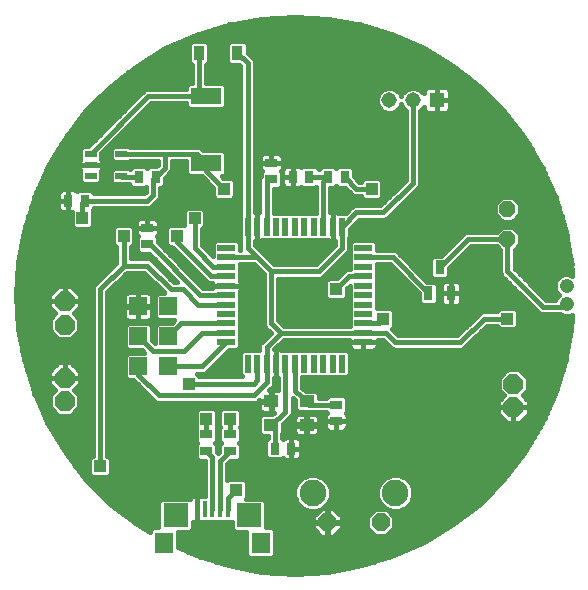
<source format=gtl>
G75*
%MOIN*%
%OFA0B0*%
%FSLAX25Y25*%
%IPPOS*%
%LPD*%
%AMOC8*
5,1,8,0,0,1.08239X$1,22.5*
%
%ADD10R,0.03150X0.04724*%
%ADD11OC8,0.06600*%
%ADD12C,0.04756*%
%ADD13R,0.08268X0.07874*%
%ADD14R,0.06299X0.07087*%
%ADD15R,0.01575X0.05315*%
%ADD16R,0.03937X0.02165*%
%ADD17R,0.03150X0.03937*%
%ADD18R,0.10236X0.05512*%
%ADD19R,0.03602X0.04803*%
%ADD20OC8,0.06000*%
%ADD21C,0.08850*%
%ADD22OC8,0.05200*%
%ADD23R,0.05906X0.01969*%
%ADD24R,0.01969X0.05906*%
%ADD25R,0.03937X0.03150*%
%ADD26R,0.04724X0.03937*%
%ADD27R,0.05906X0.05906*%
%ADD28R,0.05150X0.05150*%
%ADD29C,0.05150*%
%ADD30C,0.01600*%
%ADD31R,0.03962X0.03962*%
%ADD32C,0.01575*%
D10*
X0178490Y0100776D03*
X0185971Y0100776D03*
X0182230Y0109438D03*
D11*
X0206797Y0070698D03*
X0206797Y0062824D03*
X0057191Y0064792D03*
X0057191Y0072666D03*
X0057191Y0090383D03*
X0057191Y0098257D03*
D12*
X0224514Y0097272D03*
X0224514Y0103178D03*
D13*
X0118608Y0026800D03*
X0094199Y0026800D03*
D14*
X0090262Y0017745D03*
X0122545Y0017745D03*
D15*
X0111522Y0028867D03*
X0108963Y0028867D03*
X0106404Y0028867D03*
X0103845Y0028867D03*
X0101285Y0028867D03*
D16*
X0076089Y0139792D03*
X0076089Y0147272D03*
X0065852Y0147272D03*
X0065852Y0143532D03*
X0065852Y0139792D03*
D17*
X0063884Y0131721D03*
X0058372Y0131721D03*
X0081994Y0139595D03*
X0087506Y0139595D03*
X0133175Y0139595D03*
X0138687Y0139595D03*
X0144986Y0139595D03*
X0150498Y0139595D03*
X0132782Y0049044D03*
X0127270Y0049044D03*
D18*
X0104435Y0144123D03*
X0104435Y0166564D03*
D19*
X0101915Y0180934D03*
X0114829Y0180934D03*
D20*
X0144748Y0024459D03*
X0162548Y0024459D03*
D21*
X0167448Y0034259D03*
X0139848Y0034259D03*
D22*
X0204829Y0118847D03*
X0204829Y0128847D03*
D23*
X0156797Y0115973D03*
X0156797Y0112824D03*
X0156797Y0109674D03*
X0156797Y0106524D03*
X0156797Y0103375D03*
X0156797Y0100225D03*
X0156797Y0097076D03*
X0156797Y0093926D03*
X0156797Y0090776D03*
X0156797Y0087627D03*
X0156797Y0084477D03*
X0111128Y0084477D03*
X0111128Y0087627D03*
X0111128Y0090776D03*
X0111128Y0093926D03*
X0111128Y0097076D03*
X0111128Y0100225D03*
X0111128Y0103375D03*
X0111128Y0106524D03*
X0111128Y0109674D03*
X0111128Y0112824D03*
X0111128Y0115973D03*
D24*
X0118215Y0123060D03*
X0121364Y0123060D03*
X0124514Y0123060D03*
X0127663Y0123060D03*
X0130813Y0123060D03*
X0133963Y0123060D03*
X0137112Y0123060D03*
X0140262Y0123060D03*
X0143411Y0123060D03*
X0146561Y0123060D03*
X0149711Y0123060D03*
X0149711Y0077391D03*
X0146561Y0077391D03*
X0143411Y0077391D03*
X0140262Y0077391D03*
X0137112Y0077391D03*
X0133963Y0077391D03*
X0130813Y0077391D03*
X0127663Y0077391D03*
X0124514Y0077391D03*
X0121364Y0077391D03*
X0118215Y0077391D03*
D25*
X0112309Y0053769D03*
X0112309Y0048257D03*
X0104435Y0048257D03*
X0104435Y0053769D03*
X0147742Y0058099D03*
X0147742Y0063611D03*
X0084750Y0117154D03*
X0084750Y0122666D03*
X0126089Y0138808D03*
X0126089Y0144320D03*
D26*
X0126089Y0064792D03*
X0126089Y0056918D03*
X0137900Y0056918D03*
X0137900Y0064792D03*
D27*
X0091719Y0076446D03*
X0091719Y0086446D03*
X0091719Y0096446D03*
X0081719Y0096446D03*
X0081719Y0086446D03*
X0081719Y0076446D03*
D28*
X0181207Y0165186D03*
D29*
X0173333Y0165186D03*
X0165459Y0165186D03*
D30*
X0066197Y0046558D02*
X0058302Y0046558D01*
X0057569Y0047494D02*
X0051770Y0057087D01*
X0047170Y0067309D01*
X0043835Y0078011D01*
X0041814Y0089036D01*
X0041137Y0100225D01*
X0041814Y0111414D01*
X0043835Y0122440D01*
X0047170Y0133141D01*
X0051770Y0143363D01*
X0057569Y0152956D01*
X0064482Y0161780D01*
X0072408Y0169706D01*
X0081232Y0176619D01*
X0090825Y0182418D01*
X0101046Y0187018D01*
X0111748Y0190353D01*
X0122774Y0192374D01*
X0133963Y0193050D01*
X0145151Y0192374D01*
X0156177Y0190353D01*
X0166879Y0187018D01*
X0177101Y0182418D01*
X0186693Y0176619D01*
X0195517Y0169706D01*
X0203443Y0161780D01*
X0210356Y0152956D01*
X0216155Y0143363D01*
X0220756Y0133141D01*
X0224091Y0122440D01*
X0226111Y0111414D01*
X0226396Y0106704D01*
X0225305Y0107156D01*
X0223723Y0107156D01*
X0222261Y0106550D01*
X0221141Y0105431D01*
X0220536Y0103969D01*
X0220536Y0102387D01*
X0221141Y0100925D01*
X0221841Y0100225D01*
X0221141Y0099526D01*
X0220795Y0098688D01*
X0217634Y0098688D01*
X0207229Y0109093D01*
X0207229Y0115308D01*
X0209029Y0117108D01*
X0209029Y0120587D01*
X0206568Y0123047D01*
X0203089Y0123047D01*
X0201289Y0121247D01*
X0191162Y0121247D01*
X0190280Y0120882D01*
X0182798Y0113400D01*
X0179993Y0113400D01*
X0179056Y0112463D01*
X0179056Y0106413D01*
X0179993Y0105476D01*
X0184468Y0105476D01*
X0185405Y0106413D01*
X0185405Y0109218D01*
X0192634Y0116447D01*
X0201289Y0116447D01*
X0202429Y0115308D01*
X0202429Y0107622D01*
X0202794Y0106740D01*
X0214605Y0094929D01*
X0214605Y0094929D01*
X0215280Y0094254D01*
X0216162Y0093888D01*
X0222289Y0093888D01*
X0223723Y0093294D01*
X0225305Y0093294D01*
X0226396Y0093746D01*
X0226111Y0089036D01*
X0224091Y0078011D01*
X0220756Y0067309D01*
X0216155Y0057087D01*
X0210356Y0047494D01*
X0203443Y0038671D01*
X0195517Y0030745D01*
X0186693Y0023832D01*
X0177101Y0018033D01*
X0166879Y0013432D01*
X0156177Y0010097D01*
X0145152Y0008077D01*
X0133963Y0007400D01*
X0122774Y0008077D01*
X0111748Y0010097D01*
X0101046Y0013432D01*
X0095011Y0016148D01*
X0095011Y0021263D01*
X0098995Y0021263D01*
X0099933Y0022200D01*
X0099933Y0024497D01*
X0100261Y0024409D01*
X0101285Y0024409D01*
X0101285Y0028867D01*
X0101285Y0033324D01*
X0100261Y0033324D01*
X0099803Y0033202D01*
X0099393Y0032965D01*
X0099058Y0032630D01*
X0098889Y0032337D01*
X0089402Y0032337D01*
X0088465Y0031400D01*
X0088465Y0022888D01*
X0086450Y0022888D01*
X0085512Y0021951D01*
X0085512Y0021244D01*
X0081232Y0023832D01*
X0072408Y0030745D01*
X0064482Y0038671D01*
X0057569Y0047494D01*
X0057169Y0048157D02*
X0066615Y0048157D01*
X0066615Y0046720D02*
X0066358Y0046720D01*
X0065421Y0045782D01*
X0065421Y0040495D01*
X0066358Y0039557D01*
X0071646Y0039557D01*
X0072583Y0040495D01*
X0072583Y0045782D01*
X0071646Y0046720D01*
X0071389Y0046720D01*
X0071389Y0101205D01*
X0077865Y0107680D01*
X0083761Y0107680D01*
X0090237Y0101205D01*
X0090443Y0100998D01*
X0088103Y0100998D01*
X0087166Y0100061D01*
X0087166Y0092830D01*
X0088103Y0091893D01*
X0093772Y0091893D01*
X0092877Y0090998D01*
X0088103Y0090998D01*
X0087166Y0090061D01*
X0087166Y0084393D01*
X0086271Y0085287D01*
X0086271Y0090061D01*
X0085334Y0090998D01*
X0078103Y0090998D01*
X0077166Y0090061D01*
X0077166Y0082830D01*
X0078103Y0081893D01*
X0082877Y0081893D01*
X0083772Y0080998D01*
X0078103Y0080998D01*
X0077166Y0080061D01*
X0077166Y0072830D01*
X0078103Y0071893D01*
X0080161Y0071893D01*
X0086652Y0065401D01*
X0087328Y0064726D01*
X0088210Y0064361D01*
X0120661Y0064361D01*
X0121543Y0064726D01*
X0121926Y0065110D01*
X0121926Y0064976D01*
X0125904Y0064976D01*
X0125904Y0064608D01*
X0121926Y0064608D01*
X0121926Y0062587D01*
X0122049Y0062129D01*
X0122286Y0061718D01*
X0122621Y0061383D01*
X0123032Y0061146D01*
X0123489Y0061024D01*
X0125904Y0061024D01*
X0125904Y0064608D01*
X0126273Y0064608D01*
X0126273Y0061024D01*
X0127016Y0061024D01*
X0126430Y0060487D01*
X0123064Y0060487D01*
X0122126Y0059549D01*
X0122126Y0054287D01*
X0123064Y0053350D01*
X0124870Y0053350D01*
X0124870Y0052450D01*
X0124095Y0051675D01*
X0124095Y0046413D01*
X0125032Y0045476D01*
X0129507Y0045476D01*
X0129884Y0045853D01*
X0130102Y0045635D01*
X0130512Y0045398D01*
X0130970Y0045276D01*
X0132781Y0045276D01*
X0132781Y0049044D01*
X0132782Y0049044D01*
X0132782Y0049044D01*
X0136156Y0049044D01*
X0136156Y0046839D01*
X0136034Y0046381D01*
X0135797Y0045970D01*
X0135462Y0045635D01*
X0135051Y0045398D01*
X0134593Y0045276D01*
X0132782Y0045276D01*
X0132782Y0049044D01*
X0136156Y0049044D01*
X0136156Y0051250D01*
X0136034Y0051707D01*
X0135797Y0052118D01*
X0135462Y0052453D01*
X0135051Y0052690D01*
X0134593Y0052813D01*
X0132782Y0052813D01*
X0132782Y0049044D01*
X0132781Y0049044D01*
X0132781Y0052813D01*
X0130970Y0052813D01*
X0130512Y0052690D01*
X0130102Y0052453D01*
X0129884Y0052236D01*
X0129670Y0052450D01*
X0129670Y0053906D01*
X0130051Y0054287D01*
X0130051Y0057294D01*
X0132123Y0059194D01*
X0132173Y0059214D01*
X0132473Y0059515D01*
X0132787Y0059802D01*
X0132809Y0059851D01*
X0132848Y0059889D01*
X0133010Y0060282D01*
X0133190Y0060668D01*
X0133192Y0060722D01*
X0133213Y0060771D01*
X0133213Y0061197D01*
X0133232Y0061622D01*
X0133213Y0061672D01*
X0133213Y0065781D01*
X0133937Y0065129D01*
X0133937Y0062161D01*
X0134875Y0061224D01*
X0138179Y0061224D01*
X0138210Y0061211D01*
X0138449Y0061211D01*
X0138684Y0061164D01*
X0138922Y0061211D01*
X0144336Y0061211D01*
X0144551Y0060997D01*
X0144333Y0060779D01*
X0144096Y0060369D01*
X0143974Y0059911D01*
X0143974Y0058099D01*
X0143974Y0056287D01*
X0144096Y0055830D01*
X0144333Y0055419D01*
X0144668Y0055084D01*
X0145079Y0054847D01*
X0145537Y0054724D01*
X0147742Y0054724D01*
X0147742Y0058099D01*
X0147742Y0058099D01*
X0143974Y0058099D01*
X0147742Y0058099D01*
X0147742Y0058099D01*
X0147742Y0054724D01*
X0149948Y0054724D01*
X0150405Y0054847D01*
X0150816Y0055084D01*
X0151151Y0055419D01*
X0151388Y0055830D01*
X0151511Y0056287D01*
X0151511Y0058099D01*
X0147742Y0058099D01*
X0147742Y0058099D01*
X0151511Y0058099D01*
X0151511Y0059911D01*
X0151388Y0060369D01*
X0151151Y0060779D01*
X0150934Y0060997D01*
X0151311Y0061373D01*
X0151311Y0065849D01*
X0150373Y0066786D01*
X0145111Y0066786D01*
X0144336Y0066011D01*
X0141862Y0066011D01*
X0141862Y0067423D01*
X0140925Y0068361D01*
X0137522Y0068361D01*
X0136363Y0069404D01*
X0136363Y0072838D01*
X0151358Y0072838D01*
X0152295Y0073775D01*
X0152295Y0081006D01*
X0151358Y0081943D01*
X0129476Y0081943D01*
X0129342Y0082021D01*
X0128885Y0082143D01*
X0127663Y0082143D01*
X0127131Y0082143D01*
X0130227Y0085239D01*
X0152045Y0085239D01*
X0152045Y0084477D01*
X0152045Y0083256D01*
X0152167Y0082798D01*
X0152404Y0082388D01*
X0152739Y0082053D01*
X0153150Y0081816D01*
X0153608Y0081693D01*
X0156797Y0081693D01*
X0156797Y0084477D01*
X0152045Y0084477D01*
X0156797Y0084477D01*
X0156797Y0084477D01*
X0156797Y0084477D01*
X0156797Y0081693D01*
X0159987Y0081693D01*
X0160445Y0081816D01*
X0160855Y0082053D01*
X0161190Y0082388D01*
X0161427Y0082798D01*
X0161550Y0083256D01*
X0161550Y0084477D01*
X0156797Y0084477D01*
X0156797Y0084477D01*
X0161550Y0084477D01*
X0161550Y0085227D01*
X0163284Y0085227D01*
X0166068Y0082443D01*
X0166950Y0082077D01*
X0189558Y0082077D01*
X0190440Y0082443D01*
X0191115Y0083118D01*
X0197949Y0089951D01*
X0201248Y0089951D01*
X0201248Y0089707D01*
X0202185Y0088770D01*
X0207473Y0088770D01*
X0208410Y0089707D01*
X0208410Y0094995D01*
X0207473Y0095932D01*
X0202185Y0095932D01*
X0201248Y0094995D01*
X0201248Y0094751D01*
X0196477Y0094751D01*
X0195595Y0094386D01*
X0188087Y0086877D01*
X0168421Y0086877D01*
X0166331Y0088967D01*
X0167071Y0089707D01*
X0167071Y0094995D01*
X0166134Y0095932D01*
X0161350Y0095932D01*
X0161350Y0110424D01*
X0165646Y0110424D01*
X0175315Y0100754D01*
X0175315Y0097751D01*
X0176253Y0096814D01*
X0180728Y0096814D01*
X0181665Y0097751D01*
X0181665Y0103801D01*
X0180728Y0104739D01*
X0178119Y0104739D01*
X0167999Y0114858D01*
X0167117Y0115224D01*
X0161350Y0115224D01*
X0161350Y0117620D01*
X0160413Y0118557D01*
X0153182Y0118557D01*
X0152245Y0117620D01*
X0152245Y0108924D01*
X0151595Y0108924D01*
X0150713Y0108559D01*
X0150038Y0107884D01*
X0150038Y0107884D01*
X0147929Y0105775D01*
X0145098Y0105775D01*
X0144161Y0104838D01*
X0144161Y0099550D01*
X0145098Y0098613D01*
X0150386Y0098613D01*
X0151323Y0099550D01*
X0151323Y0102381D01*
X0152245Y0103302D01*
X0152245Y0090014D01*
X0130227Y0090014D01*
X0128476Y0091765D01*
X0128476Y0105712D01*
X0142826Y0105712D01*
X0150700Y0113586D01*
X0152098Y0114984D01*
X0152098Y0119247D01*
X0152295Y0119444D01*
X0152295Y0122250D01*
X0155429Y0125384D01*
X0163968Y0125384D01*
X0164850Y0125750D01*
X0174692Y0135592D01*
X0175367Y0136267D01*
X0175733Y0137149D01*
X0175733Y0161682D01*
X0176832Y0162781D01*
X0176832Y0162374D01*
X0176955Y0161916D01*
X0177192Y0161506D01*
X0177527Y0161171D01*
X0177937Y0160934D01*
X0178395Y0160811D01*
X0181207Y0160811D01*
X0184019Y0160811D01*
X0184476Y0160934D01*
X0184887Y0161171D01*
X0185222Y0161506D01*
X0185459Y0161916D01*
X0185582Y0162374D01*
X0185582Y0165186D01*
X0185582Y0167998D01*
X0185459Y0168455D01*
X0185222Y0168866D01*
X0184887Y0169201D01*
X0184476Y0169438D01*
X0184019Y0169561D01*
X0181207Y0169561D01*
X0181207Y0165186D01*
X0185582Y0165186D01*
X0181207Y0165186D01*
X0181207Y0165186D01*
X0181207Y0165186D01*
X0181207Y0169561D01*
X0178395Y0169561D01*
X0177937Y0169438D01*
X0177527Y0169201D01*
X0177192Y0168866D01*
X0176955Y0168455D01*
X0176832Y0167998D01*
X0176832Y0167591D01*
X0175698Y0168725D01*
X0174163Y0169361D01*
X0172502Y0169361D01*
X0170968Y0168725D01*
X0169794Y0167551D01*
X0169396Y0166590D01*
X0168998Y0167551D01*
X0167824Y0168725D01*
X0166289Y0169361D01*
X0164628Y0169361D01*
X0163094Y0168725D01*
X0161919Y0167551D01*
X0161284Y0166016D01*
X0161284Y0164355D01*
X0161919Y0162821D01*
X0163094Y0161647D01*
X0164628Y0161011D01*
X0166289Y0161011D01*
X0167824Y0161647D01*
X0168998Y0162821D01*
X0169396Y0163781D01*
X0169794Y0162821D01*
X0170933Y0161682D01*
X0170933Y0138621D01*
X0162496Y0130184D01*
X0153958Y0130184D01*
X0153076Y0129819D01*
X0152400Y0129144D01*
X0150869Y0127613D01*
X0148374Y0127613D01*
X0148240Y0127690D01*
X0147782Y0127813D01*
X0146561Y0127813D01*
X0145811Y0127813D01*
X0145811Y0136027D01*
X0147224Y0136027D01*
X0147742Y0136545D01*
X0148261Y0136027D01*
X0150690Y0136027D01*
X0153446Y0133271D01*
X0155972Y0133271D01*
X0155972Y0133014D01*
X0156909Y0132077D01*
X0162197Y0132077D01*
X0163134Y0133014D01*
X0163134Y0138302D01*
X0162197Y0139239D01*
X0156909Y0139239D01*
X0155972Y0138302D01*
X0155972Y0138046D01*
X0155424Y0138046D01*
X0153673Y0139797D01*
X0153673Y0142227D01*
X0152736Y0143164D01*
X0148261Y0143164D01*
X0147742Y0142645D01*
X0147224Y0143164D01*
X0142749Y0143164D01*
X0141837Y0142252D01*
X0140925Y0143164D01*
X0136450Y0143164D01*
X0136073Y0142787D01*
X0135855Y0143004D01*
X0135445Y0143241D01*
X0134987Y0143364D01*
X0133175Y0143364D01*
X0131363Y0143364D01*
X0130906Y0143241D01*
X0130495Y0143004D01*
X0130160Y0142669D01*
X0129923Y0142259D01*
X0129800Y0141801D01*
X0129800Y0139595D01*
X0129800Y0137390D01*
X0129923Y0136932D01*
X0130160Y0136522D01*
X0130495Y0136186D01*
X0130906Y0135949D01*
X0131363Y0135827D01*
X0133175Y0135827D01*
X0133175Y0139595D01*
X0133175Y0139595D01*
X0129800Y0139595D01*
X0133175Y0139595D01*
X0133175Y0139595D01*
X0133175Y0135827D01*
X0134987Y0135827D01*
X0135445Y0135949D01*
X0135855Y0136186D01*
X0136073Y0136404D01*
X0136450Y0136027D01*
X0140925Y0136027D01*
X0141011Y0136114D01*
X0141011Y0127613D01*
X0126901Y0127613D01*
X0126901Y0135633D01*
X0128720Y0135633D01*
X0129657Y0136570D01*
X0129657Y0141045D01*
X0129280Y0141422D01*
X0129498Y0141640D01*
X0129734Y0142050D01*
X0129857Y0142508D01*
X0129857Y0144320D01*
X0129857Y0146131D01*
X0129734Y0146589D01*
X0129498Y0147000D01*
X0129162Y0147335D01*
X0128752Y0147572D01*
X0128294Y0147694D01*
X0126089Y0147694D01*
X0126089Y0144320D01*
X0126089Y0144320D01*
X0129857Y0144320D01*
X0126089Y0144320D01*
X0126089Y0144320D01*
X0126089Y0147694D01*
X0123883Y0147694D01*
X0123425Y0147572D01*
X0123015Y0147335D01*
X0122680Y0147000D01*
X0122443Y0146589D01*
X0122320Y0146131D01*
X0122320Y0144320D01*
X0126089Y0144320D01*
X0126089Y0144320D01*
X0122320Y0144320D01*
X0122320Y0142508D01*
X0122443Y0142050D01*
X0122680Y0141640D01*
X0122897Y0141422D01*
X0122520Y0141045D01*
X0122520Y0139797D01*
X0122126Y0139403D01*
X0122126Y0139075D01*
X0121958Y0138795D01*
X0122126Y0138120D01*
X0122126Y0127813D01*
X0121364Y0127813D01*
X0120602Y0127813D01*
X0120602Y0178537D01*
X0119204Y0179935D01*
X0118230Y0180909D01*
X0118230Y0183998D01*
X0117293Y0184935D01*
X0112365Y0184935D01*
X0111428Y0183998D01*
X0111428Y0177870D01*
X0112365Y0176932D01*
X0115454Y0176932D01*
X0115827Y0176559D01*
X0115827Y0126872D01*
X0115630Y0126675D01*
X0115630Y0119444D01*
X0115827Y0119248D01*
X0115827Y0115211D01*
X0115681Y0115211D01*
X0115681Y0117620D01*
X0114744Y0118557D01*
X0107513Y0118557D01*
X0106575Y0117620D01*
X0106575Y0113290D01*
X0102898Y0116967D01*
X0102898Y0122235D01*
X0103142Y0122235D01*
X0104079Y0123172D01*
X0104079Y0128460D01*
X0103142Y0129397D01*
X0097854Y0129397D01*
X0096917Y0128460D01*
X0096917Y0123491D01*
X0091949Y0123491D01*
X0091011Y0122554D01*
X0091011Y0117266D01*
X0091949Y0116329D01*
X0092811Y0116329D01*
X0093233Y0115907D01*
X0104650Y0104490D01*
X0105533Y0104124D01*
X0106375Y0104124D01*
X0106375Y0103375D01*
X0111128Y0103375D01*
X0111128Y0103375D01*
X0115881Y0103375D01*
X0115881Y0104596D01*
X0115758Y0105054D01*
X0115681Y0105188D01*
X0115681Y0110436D01*
X0120375Y0110436D01*
X0123701Y0107110D01*
X0123701Y0089787D01*
X0125100Y0088389D01*
X0125862Y0087627D01*
X0123525Y0085290D01*
X0122126Y0083891D01*
X0122126Y0081943D01*
X0116568Y0081943D01*
X0115630Y0081006D01*
X0115630Y0073775D01*
X0116308Y0073098D01*
X0102111Y0073098D01*
X0102111Y0073341D01*
X0101406Y0074046D01*
X0103574Y0074046D01*
X0104456Y0074411D01*
X0111938Y0081893D01*
X0114744Y0081893D01*
X0115681Y0082830D01*
X0115681Y0101562D01*
X0115758Y0101696D01*
X0115881Y0102154D01*
X0115881Y0103375D01*
X0111128Y0103375D01*
X0111128Y0103375D01*
X0106375Y0103375D01*
X0106375Y0102613D01*
X0103455Y0102613D01*
X0088319Y0117750D01*
X0088319Y0119392D01*
X0087942Y0119769D01*
X0088159Y0119986D01*
X0088396Y0120397D01*
X0088519Y0120854D01*
X0088519Y0122666D01*
X0084750Y0122666D01*
X0080982Y0122666D01*
X0080982Y0120854D01*
X0081104Y0120397D01*
X0081341Y0119986D01*
X0081559Y0119769D01*
X0081182Y0119392D01*
X0081182Y0114917D01*
X0082119Y0113980D01*
X0085336Y0113980D01*
X0094734Y0104581D01*
X0093613Y0104581D01*
X0085739Y0112455D01*
X0079263Y0112455D01*
X0079263Y0116329D01*
X0079520Y0116329D01*
X0080457Y0117266D01*
X0080457Y0122554D01*
X0079520Y0123491D01*
X0074232Y0123491D01*
X0073295Y0122554D01*
X0073295Y0117266D01*
X0074232Y0116329D01*
X0074489Y0116329D01*
X0074489Y0111057D01*
X0066615Y0103183D01*
X0066615Y0046720D01*
X0065421Y0044960D02*
X0059555Y0044960D01*
X0060807Y0043361D02*
X0065421Y0043361D01*
X0065421Y0041763D02*
X0062059Y0041763D01*
X0063312Y0040164D02*
X0065751Y0040164D01*
X0064587Y0038566D02*
X0104004Y0038566D01*
X0104004Y0040164D02*
X0072253Y0040164D01*
X0072583Y0041763D02*
X0104004Y0041763D01*
X0104004Y0043361D02*
X0072583Y0043361D01*
X0072583Y0044960D02*
X0104004Y0044960D01*
X0104004Y0045082D02*
X0104004Y0033124D01*
X0102902Y0033124D01*
X0102768Y0033202D01*
X0102310Y0033324D01*
X0101286Y0033324D01*
X0101286Y0028867D01*
X0101285Y0028867D01*
X0101286Y0028867D01*
X0101286Y0024409D01*
X0102310Y0024409D01*
X0102768Y0024532D01*
X0102902Y0024609D01*
X0112874Y0024609D01*
X0112874Y0022200D01*
X0113812Y0021263D01*
X0117796Y0021263D01*
X0117796Y0013539D01*
X0118733Y0012602D01*
X0126358Y0012602D01*
X0127295Y0013539D01*
X0127295Y0021951D01*
X0126358Y0022888D01*
X0124342Y0022888D01*
X0124342Y0031400D01*
X0123405Y0032337D01*
X0117575Y0032337D01*
X0117859Y0032621D01*
X0117859Y0037908D01*
X0116921Y0038846D01*
X0111634Y0038846D01*
X0111363Y0038575D01*
X0111363Y0043916D01*
X0112528Y0045082D01*
X0114940Y0045082D01*
X0115878Y0046019D01*
X0115878Y0050494D01*
X0115359Y0051013D01*
X0115878Y0051531D01*
X0115878Y0056006D01*
X0115766Y0056118D01*
X0115890Y0056243D01*
X0115890Y0061530D01*
X0114953Y0062468D01*
X0109665Y0062468D01*
X0108728Y0061530D01*
X0108728Y0056243D01*
X0108853Y0056118D01*
X0108741Y0056006D01*
X0108741Y0051531D01*
X0109259Y0051013D01*
X0108741Y0050494D01*
X0108741Y0048082D01*
X0108372Y0047714D01*
X0108004Y0048082D01*
X0108004Y0050494D01*
X0107485Y0051013D01*
X0108004Y0051531D01*
X0108004Y0056006D01*
X0107892Y0056118D01*
X0108016Y0056243D01*
X0108016Y0061530D01*
X0107079Y0062468D01*
X0101791Y0062468D01*
X0100854Y0061530D01*
X0100854Y0056243D01*
X0100979Y0056118D01*
X0100867Y0056006D01*
X0100867Y0051531D01*
X0101385Y0051013D01*
X0100867Y0050494D01*
X0100867Y0046019D01*
X0101804Y0045082D01*
X0104004Y0045082D01*
X0106404Y0046288D02*
X0104435Y0048257D01*
X0106404Y0046288D02*
X0106404Y0028867D01*
X0108963Y0028867D02*
X0108963Y0044910D01*
X0112309Y0048257D01*
X0108741Y0048157D02*
X0108004Y0048157D01*
X0108004Y0049755D02*
X0108741Y0049755D01*
X0108918Y0051354D02*
X0107826Y0051354D01*
X0108004Y0052952D02*
X0108741Y0052952D01*
X0108741Y0054551D02*
X0108004Y0054551D01*
X0107923Y0056149D02*
X0108821Y0056149D01*
X0108728Y0057748D02*
X0108016Y0057748D01*
X0108016Y0059346D02*
X0108728Y0059346D01*
X0108728Y0060945D02*
X0108016Y0060945D01*
X0112309Y0058887D02*
X0112309Y0053769D01*
X0115878Y0054551D02*
X0122126Y0054551D01*
X0122126Y0056149D02*
X0115797Y0056149D01*
X0115890Y0057748D02*
X0122126Y0057748D01*
X0122126Y0059346D02*
X0115890Y0059346D01*
X0115890Y0060945D02*
X0126930Y0060945D01*
X0126273Y0062543D02*
X0125904Y0062543D01*
X0125904Y0064142D02*
X0126273Y0064142D01*
X0126273Y0064976D02*
X0125904Y0064976D01*
X0125904Y0068561D01*
X0125377Y0068561D01*
X0125873Y0069057D01*
X0126548Y0069732D01*
X0126914Y0070614D01*
X0126914Y0072638D01*
X0127663Y0072638D01*
X0127663Y0077390D01*
X0127663Y0077390D01*
X0127663Y0072638D01*
X0128413Y0072638D01*
X0128413Y0068561D01*
X0126273Y0068561D01*
X0126273Y0064976D01*
X0126273Y0065740D02*
X0125904Y0065740D01*
X0125904Y0067339D02*
X0126273Y0067339D01*
X0125754Y0068937D02*
X0128413Y0068937D01*
X0128413Y0070536D02*
X0126882Y0070536D01*
X0126914Y0072134D02*
X0128413Y0072134D01*
X0127663Y0073733D02*
X0127663Y0073733D01*
X0127663Y0075332D02*
X0127663Y0075332D01*
X0127663Y0076930D02*
X0127663Y0076930D01*
X0127663Y0077391D02*
X0127663Y0082143D01*
X0127663Y0077391D01*
X0127663Y0077391D01*
X0127663Y0078529D02*
X0127663Y0078529D01*
X0127663Y0080127D02*
X0127663Y0080127D01*
X0127663Y0081726D02*
X0127663Y0081726D01*
X0128312Y0083324D02*
X0152045Y0083324D01*
X0152045Y0084923D02*
X0129910Y0084923D01*
X0124756Y0086521D02*
X0115681Y0086521D01*
X0115681Y0084923D02*
X0123158Y0084923D01*
X0122126Y0083324D02*
X0115681Y0083324D01*
X0116350Y0081726D02*
X0111771Y0081726D01*
X0110172Y0080127D02*
X0115630Y0080127D01*
X0115630Y0078529D02*
X0108573Y0078529D01*
X0106975Y0076930D02*
X0115630Y0076930D01*
X0115630Y0075332D02*
X0105376Y0075332D01*
X0103097Y0076446D02*
X0111128Y0084477D01*
X0111128Y0087627D02*
X0103057Y0087627D01*
X0096955Y0081524D01*
X0086640Y0081524D01*
X0081719Y0086446D01*
X0086271Y0086521D02*
X0087166Y0086521D01*
X0087166Y0084923D02*
X0086636Y0084923D01*
X0086271Y0088120D02*
X0087166Y0088120D01*
X0087166Y0089718D02*
X0086271Y0089718D01*
X0085366Y0091816D02*
X0085777Y0092053D01*
X0086112Y0092388D01*
X0086349Y0092798D01*
X0086471Y0093256D01*
X0086471Y0096360D01*
X0081804Y0096360D01*
X0081804Y0091693D01*
X0084908Y0091693D01*
X0085366Y0091816D01*
X0086380Y0092915D02*
X0087166Y0092915D01*
X0087166Y0094514D02*
X0086471Y0094514D01*
X0086471Y0096112D02*
X0087166Y0096112D01*
X0086471Y0096531D02*
X0086471Y0099635D01*
X0086349Y0100093D01*
X0086112Y0100504D01*
X0085777Y0100839D01*
X0085366Y0101076D01*
X0084908Y0101198D01*
X0081804Y0101198D01*
X0081804Y0096532D01*
X0081633Y0096532D01*
X0081633Y0101198D01*
X0078529Y0101198D01*
X0078071Y0101076D01*
X0077661Y0100839D01*
X0077325Y0100504D01*
X0077088Y0100093D01*
X0076966Y0099635D01*
X0076966Y0096531D01*
X0081633Y0096531D01*
X0081633Y0096360D01*
X0081804Y0096360D01*
X0081804Y0096531D01*
X0086471Y0096531D01*
X0086471Y0097711D02*
X0087166Y0097711D01*
X0087166Y0099309D02*
X0086471Y0099309D01*
X0085657Y0100908D02*
X0088012Y0100908D01*
X0088935Y0102506D02*
X0072691Y0102506D01*
X0071389Y0100908D02*
X0077780Y0100908D01*
X0076966Y0099309D02*
X0071389Y0099309D01*
X0071389Y0097711D02*
X0076966Y0097711D01*
X0076966Y0096360D02*
X0076966Y0093256D01*
X0077088Y0092798D01*
X0077325Y0092388D01*
X0077661Y0092053D01*
X0078071Y0091816D01*
X0078529Y0091693D01*
X0081633Y0091693D01*
X0081633Y0096360D01*
X0076966Y0096360D01*
X0076966Y0096112D02*
X0071389Y0096112D01*
X0071389Y0094514D02*
X0076966Y0094514D01*
X0077057Y0092915D02*
X0071389Y0092915D01*
X0071389Y0091317D02*
X0093195Y0091317D01*
X0096049Y0090776D02*
X0091719Y0086446D01*
X0096049Y0090776D02*
X0111128Y0090776D01*
X0115681Y0091317D02*
X0123701Y0091317D01*
X0123701Y0092915D02*
X0115681Y0092915D01*
X0115681Y0094514D02*
X0123701Y0094514D01*
X0123701Y0096112D02*
X0115681Y0096112D01*
X0115681Y0097711D02*
X0123701Y0097711D01*
X0123701Y0099309D02*
X0115681Y0099309D01*
X0115681Y0100908D02*
X0123701Y0100908D01*
X0123701Y0102506D02*
X0115881Y0102506D01*
X0115881Y0104105D02*
X0123701Y0104105D01*
X0123701Y0105703D02*
X0115681Y0105703D01*
X0115681Y0107302D02*
X0123510Y0107302D01*
X0121911Y0108900D02*
X0115681Y0108900D01*
X0111128Y0109674D02*
X0106797Y0109674D01*
X0100498Y0115973D01*
X0100498Y0125816D01*
X0096917Y0126484D02*
X0066678Y0126484D01*
X0066678Y0128082D02*
X0096917Y0128082D01*
X0096917Y0124885D02*
X0088409Y0124885D01*
X0088396Y0124936D02*
X0088159Y0125346D01*
X0087824Y0125681D01*
X0087413Y0125918D01*
X0086956Y0126041D01*
X0084750Y0126041D01*
X0082545Y0126041D01*
X0082087Y0125918D01*
X0081676Y0125681D01*
X0081341Y0125346D01*
X0081104Y0124936D01*
X0080982Y0124478D01*
X0080982Y0122666D01*
X0084750Y0122666D01*
X0084750Y0122666D01*
X0084750Y0122666D01*
X0088519Y0122666D01*
X0088519Y0124478D01*
X0088396Y0124936D01*
X0088519Y0123287D02*
X0091744Y0123287D01*
X0091011Y0121688D02*
X0088519Y0121688D01*
X0088219Y0120090D02*
X0091011Y0120090D01*
X0091011Y0118491D02*
X0088319Y0118491D01*
X0089175Y0116893D02*
X0091385Y0116893D01*
X0090774Y0115294D02*
X0093846Y0115294D01*
X0092372Y0113696D02*
X0095444Y0113696D01*
X0093971Y0112097D02*
X0097043Y0112097D01*
X0095569Y0110499D02*
X0098641Y0110499D01*
X0097168Y0108900D02*
X0100240Y0108900D01*
X0098766Y0107302D02*
X0101838Y0107302D01*
X0100365Y0105703D02*
X0103437Y0105703D01*
X0101963Y0104105D02*
X0106375Y0104105D01*
X0106010Y0106524D02*
X0094593Y0117942D01*
X0094593Y0119910D01*
X0102898Y0120090D02*
X0115630Y0120090D01*
X0115630Y0121688D02*
X0102898Y0121688D01*
X0104079Y0123287D02*
X0115630Y0123287D01*
X0115630Y0124885D02*
X0104079Y0124885D01*
X0104079Y0126484D02*
X0115630Y0126484D01*
X0115827Y0128082D02*
X0104079Y0128082D01*
X0107697Y0132077D02*
X0112984Y0132077D01*
X0113922Y0133014D01*
X0113922Y0138302D01*
X0112984Y0139239D01*
X0110136Y0139239D01*
X0109608Y0139767D01*
X0110216Y0139767D01*
X0111153Y0140704D01*
X0111153Y0147541D01*
X0110216Y0148479D01*
X0103455Y0148479D01*
X0102274Y0149660D01*
X0079015Y0149660D01*
X0078720Y0149955D01*
X0073457Y0149955D01*
X0072520Y0149018D01*
X0072520Y0145527D01*
X0073457Y0144590D01*
X0078720Y0144590D01*
X0079015Y0144885D01*
X0088268Y0144885D01*
X0088268Y0143734D01*
X0087698Y0143164D01*
X0085268Y0143164D01*
X0084750Y0142645D01*
X0084232Y0143164D01*
X0079757Y0143164D01*
X0078894Y0142301D01*
X0078720Y0142475D01*
X0073457Y0142475D01*
X0072520Y0141538D01*
X0072520Y0138047D01*
X0073457Y0137109D01*
X0078720Y0137109D01*
X0078818Y0137208D01*
X0078819Y0137208D01*
X0078819Y0136964D01*
X0079757Y0136027D01*
X0084232Y0136027D01*
X0084331Y0136126D01*
X0084331Y0134679D01*
X0083761Y0134109D01*
X0067059Y0134109D01*
X0067059Y0134352D01*
X0066121Y0135290D01*
X0061646Y0135290D01*
X0061269Y0134913D01*
X0061052Y0135130D01*
X0060642Y0135367D01*
X0060184Y0135490D01*
X0058372Y0135490D01*
X0056560Y0135490D01*
X0056103Y0135367D01*
X0055692Y0135130D01*
X0055357Y0134795D01*
X0055120Y0134385D01*
X0054997Y0133927D01*
X0054997Y0131721D01*
X0054997Y0129516D01*
X0055120Y0129058D01*
X0055357Y0128648D01*
X0055692Y0128312D01*
X0056103Y0128075D01*
X0056560Y0127953D01*
X0058372Y0127953D01*
X0058372Y0131721D01*
X0058372Y0131721D01*
X0054997Y0131721D01*
X0058372Y0131721D01*
X0058372Y0131721D01*
X0058372Y0127953D01*
X0059515Y0127953D01*
X0059515Y0123172D01*
X0060453Y0122235D01*
X0065740Y0122235D01*
X0066678Y0123172D01*
X0066678Y0128460D01*
X0066553Y0128584D01*
X0067059Y0129090D01*
X0067059Y0129334D01*
X0085739Y0129334D01*
X0087707Y0131302D01*
X0089106Y0132701D01*
X0089106Y0136027D01*
X0089744Y0136027D01*
X0090681Y0136964D01*
X0090681Y0139394D01*
X0091644Y0140357D01*
X0091644Y0140357D01*
X0093043Y0141756D01*
X0093043Y0144885D01*
X0097717Y0144885D01*
X0097717Y0140704D01*
X0098654Y0139767D01*
X0102856Y0139767D01*
X0106760Y0135863D01*
X0106760Y0133014D01*
X0107697Y0132077D01*
X0106896Y0132878D02*
X0089106Y0132878D01*
X0089106Y0134476D02*
X0106760Y0134476D01*
X0106548Y0136075D02*
X0089792Y0136075D01*
X0090681Y0137673D02*
X0104949Y0137673D01*
X0103351Y0139272D02*
X0090681Y0139272D01*
X0092157Y0140870D02*
X0097717Y0140870D01*
X0097717Y0142469D02*
X0093043Y0142469D01*
X0093043Y0144068D02*
X0097717Y0144068D01*
X0103071Y0148863D02*
X0115827Y0148863D01*
X0115827Y0147265D02*
X0111153Y0147265D01*
X0111153Y0145666D02*
X0115827Y0145666D01*
X0115827Y0144068D02*
X0111153Y0144068D01*
X0111153Y0142469D02*
X0115827Y0142469D01*
X0115827Y0140870D02*
X0111153Y0140870D01*
X0110103Y0139272D02*
X0115827Y0139272D01*
X0115827Y0137673D02*
X0113922Y0137673D01*
X0113922Y0136075D02*
X0115827Y0136075D01*
X0115827Y0134476D02*
X0113922Y0134476D01*
X0113785Y0132878D02*
X0115827Y0132878D01*
X0115827Y0131279D02*
X0087685Y0131279D01*
X0086086Y0129681D02*
X0115827Y0129681D01*
X0120602Y0129681D02*
X0122126Y0129681D01*
X0122126Y0131279D02*
X0120602Y0131279D01*
X0120602Y0132878D02*
X0122126Y0132878D01*
X0122126Y0134476D02*
X0120602Y0134476D01*
X0120602Y0136075D02*
X0122126Y0136075D01*
X0122126Y0137673D02*
X0120602Y0137673D01*
X0120602Y0139272D02*
X0122126Y0139272D01*
X0122520Y0140870D02*
X0120602Y0140870D01*
X0120602Y0142469D02*
X0122331Y0142469D01*
X0122320Y0144068D02*
X0120602Y0144068D01*
X0120602Y0145666D02*
X0122320Y0145666D01*
X0122945Y0147265D02*
X0120602Y0147265D01*
X0120602Y0148863D02*
X0170933Y0148863D01*
X0170933Y0147265D02*
X0129233Y0147265D01*
X0129857Y0145666D02*
X0170933Y0145666D01*
X0170933Y0144068D02*
X0129857Y0144068D01*
X0129847Y0142469D02*
X0130045Y0142469D01*
X0129800Y0140870D02*
X0129657Y0140870D01*
X0129657Y0139272D02*
X0129800Y0139272D01*
X0129800Y0137673D02*
X0129657Y0137673D01*
X0129162Y0136075D02*
X0130688Y0136075D01*
X0133175Y0136075D02*
X0133175Y0136075D01*
X0133175Y0137673D02*
X0133175Y0137673D01*
X0133175Y0139272D02*
X0133175Y0139272D01*
X0133175Y0139595D02*
X0133175Y0143364D01*
X0133175Y0139595D01*
X0133175Y0139595D01*
X0133175Y0140870D02*
X0133175Y0140870D01*
X0133175Y0142469D02*
X0133175Y0142469D01*
X0138687Y0139595D02*
X0144986Y0139595D01*
X0143411Y0138020D01*
X0143411Y0123060D01*
X0146561Y0123060D02*
X0146561Y0127813D01*
X0146561Y0123060D01*
X0146561Y0123060D01*
X0146561Y0123060D01*
X0146561Y0118307D01*
X0145340Y0118307D01*
X0144882Y0118430D01*
X0144748Y0118507D01*
X0123177Y0118507D01*
X0123043Y0118430D01*
X0122585Y0118307D01*
X0121364Y0118307D01*
X0120602Y0118307D01*
X0120602Y0116962D01*
X0123752Y0113813D01*
X0127078Y0110487D01*
X0140848Y0110487D01*
X0147323Y0116962D01*
X0147323Y0118307D01*
X0146561Y0118307D01*
X0146561Y0123060D01*
X0146561Y0123287D02*
X0146561Y0123287D01*
X0146561Y0124885D02*
X0146561Y0124885D01*
X0146561Y0126484D02*
X0146561Y0126484D01*
X0145811Y0128082D02*
X0151339Y0128082D01*
X0152938Y0129681D02*
X0145811Y0129681D01*
X0145811Y0131279D02*
X0163591Y0131279D01*
X0162998Y0132878D02*
X0165190Y0132878D01*
X0166788Y0134476D02*
X0163134Y0134476D01*
X0163134Y0136075D02*
X0168387Y0136075D01*
X0169985Y0137673D02*
X0163134Y0137673D01*
X0170933Y0139272D02*
X0154198Y0139272D01*
X0153673Y0140870D02*
X0170933Y0140870D01*
X0170933Y0142469D02*
X0153430Y0142469D01*
X0152241Y0134476D02*
X0145811Y0134476D01*
X0145811Y0132878D02*
X0156109Y0132878D01*
X0154435Y0127784D02*
X0163490Y0127784D01*
X0173333Y0137627D01*
X0173333Y0165186D01*
X0176377Y0168045D02*
X0176845Y0168045D01*
X0181207Y0168045D02*
X0181207Y0168045D01*
X0181207Y0166447D02*
X0181207Y0166447D01*
X0181207Y0165186D02*
X0181207Y0160811D01*
X0181207Y0165186D01*
X0181207Y0165186D01*
X0181207Y0164848D02*
X0181207Y0164848D01*
X0181207Y0163250D02*
X0181207Y0163250D01*
X0181207Y0161651D02*
X0181207Y0161651D01*
X0185306Y0161651D02*
X0203544Y0161651D01*
X0204796Y0160053D02*
X0175733Y0160053D01*
X0175733Y0161651D02*
X0177108Y0161651D01*
X0175733Y0158454D02*
X0206049Y0158454D01*
X0207301Y0156856D02*
X0175733Y0156856D01*
X0175733Y0155257D02*
X0208553Y0155257D01*
X0209806Y0153659D02*
X0175733Y0153659D01*
X0175733Y0152060D02*
X0210898Y0152060D01*
X0211864Y0150462D02*
X0175733Y0150462D01*
X0175733Y0148863D02*
X0212831Y0148863D01*
X0213797Y0147265D02*
X0175733Y0147265D01*
X0175733Y0145666D02*
X0214763Y0145666D01*
X0215730Y0144068D02*
X0175733Y0144068D01*
X0175733Y0142469D02*
X0216558Y0142469D01*
X0217277Y0140870D02*
X0175733Y0140870D01*
X0175733Y0139272D02*
X0217997Y0139272D01*
X0218716Y0137673D02*
X0175733Y0137673D01*
X0175175Y0136075D02*
X0219435Y0136075D01*
X0220155Y0134476D02*
X0173577Y0134476D01*
X0171978Y0132878D02*
X0202920Y0132878D01*
X0203089Y0133047D02*
X0200629Y0130587D01*
X0200629Y0127108D01*
X0203089Y0124647D01*
X0206568Y0124647D01*
X0209029Y0127108D01*
X0209029Y0130587D01*
X0206568Y0133047D01*
X0203089Y0133047D01*
X0201321Y0131279D02*
X0170379Y0131279D01*
X0168781Y0129681D02*
X0200629Y0129681D01*
X0200629Y0128082D02*
X0167182Y0128082D01*
X0165584Y0126484D02*
X0201252Y0126484D01*
X0202851Y0124885D02*
X0154930Y0124885D01*
X0153332Y0123287D02*
X0223827Y0123287D01*
X0224228Y0121688D02*
X0207927Y0121688D01*
X0209029Y0120090D02*
X0224521Y0120090D01*
X0224814Y0118491D02*
X0209029Y0118491D01*
X0208814Y0116893D02*
X0225107Y0116893D01*
X0225400Y0115294D02*
X0207229Y0115294D01*
X0207229Y0113696D02*
X0225693Y0113696D01*
X0225986Y0112097D02*
X0207229Y0112097D01*
X0207229Y0110499D02*
X0226166Y0110499D01*
X0226263Y0108900D02*
X0207422Y0108900D01*
X0209020Y0107302D02*
X0226360Y0107302D01*
X0221413Y0105703D02*
X0210619Y0105703D01*
X0212217Y0104105D02*
X0220592Y0104105D01*
X0220536Y0102506D02*
X0213816Y0102506D01*
X0215414Y0100908D02*
X0221158Y0100908D01*
X0221052Y0099309D02*
X0217013Y0099309D01*
X0216640Y0096288D02*
X0223530Y0096288D01*
X0224514Y0097272D01*
X0226346Y0092915D02*
X0208410Y0092915D01*
X0208410Y0091317D02*
X0226249Y0091317D01*
X0226152Y0089718D02*
X0208410Y0089718D01*
X0204829Y0092351D02*
X0196955Y0092351D01*
X0189081Y0084477D01*
X0167427Y0084477D01*
X0164278Y0087627D01*
X0156797Y0087627D01*
X0156797Y0090776D02*
X0161915Y0090776D01*
X0163490Y0092351D01*
X0161350Y0096112D02*
X0213422Y0096112D01*
X0215020Y0094514D02*
X0208410Y0094514D01*
X0211823Y0097711D02*
X0189218Y0097711D01*
X0189223Y0097719D02*
X0189345Y0098177D01*
X0189345Y0100776D01*
X0185971Y0100776D01*
X0185971Y0100776D01*
X0185971Y0096614D01*
X0187782Y0096614D01*
X0188240Y0096737D01*
X0188651Y0096974D01*
X0188986Y0097309D01*
X0189223Y0097719D01*
X0189345Y0099309D02*
X0210225Y0099309D01*
X0208626Y0100908D02*
X0189345Y0100908D01*
X0189345Y0100776D02*
X0189345Y0103376D01*
X0189223Y0103833D01*
X0188986Y0104244D01*
X0188651Y0104579D01*
X0188240Y0104816D01*
X0187782Y0104939D01*
X0185971Y0104939D01*
X0185971Y0100777D01*
X0185970Y0100777D01*
X0185970Y0104939D01*
X0184159Y0104939D01*
X0183701Y0104816D01*
X0183291Y0104579D01*
X0182955Y0104244D01*
X0182718Y0103833D01*
X0182596Y0103376D01*
X0182596Y0100776D01*
X0182596Y0098177D01*
X0182718Y0097719D01*
X0182955Y0097309D01*
X0183291Y0096974D01*
X0183701Y0096737D01*
X0184159Y0096614D01*
X0185970Y0096614D01*
X0185970Y0100776D01*
X0182596Y0100776D01*
X0185970Y0100776D01*
X0185970Y0100776D01*
X0185971Y0100776D01*
X0189345Y0100776D01*
X0189345Y0102506D02*
X0207028Y0102506D01*
X0205429Y0104105D02*
X0189066Y0104105D01*
X0185971Y0104105D02*
X0185970Y0104105D01*
X0185970Y0102506D02*
X0185971Y0102506D01*
X0185970Y0100908D02*
X0185971Y0100908D01*
X0185970Y0099309D02*
X0185971Y0099309D01*
X0185970Y0097711D02*
X0185971Y0097711D01*
X0182723Y0097711D02*
X0181624Y0097711D01*
X0181665Y0099309D02*
X0182596Y0099309D01*
X0182596Y0100908D02*
X0181665Y0100908D01*
X0181665Y0102506D02*
X0182596Y0102506D01*
X0182875Y0104105D02*
X0181362Y0104105D01*
X0179765Y0105703D02*
X0177154Y0105703D01*
X0175556Y0107302D02*
X0179056Y0107302D01*
X0179056Y0108900D02*
X0173957Y0108900D01*
X0172359Y0110499D02*
X0179056Y0110499D01*
X0179056Y0112097D02*
X0170760Y0112097D01*
X0169162Y0113696D02*
X0183094Y0113696D01*
X0184693Y0115294D02*
X0161350Y0115294D01*
X0161350Y0116893D02*
X0186291Y0116893D01*
X0187890Y0118491D02*
X0160479Y0118491D01*
X0156797Y0112824D02*
X0166640Y0112824D01*
X0178490Y0100973D01*
X0178490Y0100776D01*
X0175162Y0100908D02*
X0161350Y0100908D01*
X0161350Y0102506D02*
X0173563Y0102506D01*
X0171965Y0104105D02*
X0161350Y0104105D01*
X0161350Y0105703D02*
X0170366Y0105703D01*
X0168768Y0107302D02*
X0161350Y0107302D01*
X0161350Y0108900D02*
X0167169Y0108900D01*
X0156797Y0106524D02*
X0152073Y0106524D01*
X0147742Y0102194D01*
X0151449Y0102506D02*
X0152245Y0102506D01*
X0152245Y0100908D02*
X0151323Y0100908D01*
X0151083Y0099309D02*
X0152245Y0099309D01*
X0152245Y0097711D02*
X0128476Y0097711D01*
X0128476Y0099309D02*
X0144402Y0099309D01*
X0144161Y0100908D02*
X0128476Y0100908D01*
X0128476Y0102506D02*
X0144161Y0102506D01*
X0144161Y0104105D02*
X0128476Y0104105D01*
X0128476Y0105703D02*
X0145027Y0105703D01*
X0144416Y0107302D02*
X0149456Y0107302D01*
X0151537Y0108900D02*
X0146014Y0108900D01*
X0147613Y0110499D02*
X0152245Y0110499D01*
X0152245Y0112097D02*
X0149211Y0112097D01*
X0150810Y0113696D02*
X0152245Y0113696D01*
X0152245Y0115294D02*
X0152098Y0115294D01*
X0152098Y0116893D02*
X0152245Y0116893D01*
X0152098Y0118491D02*
X0153116Y0118491D01*
X0152295Y0120090D02*
X0189488Y0120090D01*
X0191640Y0118847D02*
X0204829Y0118847D01*
X0204829Y0108099D01*
X0216640Y0096288D01*
X0226111Y0089036D02*
X0226111Y0089036D01*
X0225943Y0088120D02*
X0196117Y0088120D01*
X0197716Y0089718D02*
X0201248Y0089718D01*
X0194519Y0086521D02*
X0225650Y0086521D01*
X0225357Y0084923D02*
X0192920Y0084923D01*
X0191322Y0083324D02*
X0225064Y0083324D01*
X0224771Y0081726D02*
X0160109Y0081726D01*
X0161550Y0083324D02*
X0165186Y0083324D01*
X0163588Y0084923D02*
X0161550Y0084923D01*
X0156797Y0083324D02*
X0156797Y0083324D01*
X0156797Y0081726D02*
X0156797Y0081726D01*
X0153486Y0081726D02*
X0151575Y0081726D01*
X0152295Y0080127D02*
X0224478Y0080127D01*
X0224185Y0078529D02*
X0152295Y0078529D01*
X0152295Y0076930D02*
X0223754Y0076930D01*
X0223256Y0075332D02*
X0209093Y0075332D01*
X0208827Y0075598D02*
X0204768Y0075598D01*
X0201897Y0072727D01*
X0201897Y0068668D01*
X0203663Y0066902D01*
X0201697Y0064936D01*
X0201697Y0062824D01*
X0206797Y0062824D01*
X0206797Y0062824D01*
X0201697Y0062824D01*
X0201697Y0060711D01*
X0204685Y0057724D01*
X0206797Y0057724D01*
X0206797Y0062823D01*
X0206797Y0062823D01*
X0206797Y0057724D01*
X0208910Y0057724D01*
X0211897Y0060711D01*
X0211897Y0062824D01*
X0211897Y0064936D01*
X0209931Y0066902D01*
X0211697Y0068668D01*
X0211697Y0072727D01*
X0208827Y0075598D01*
X0210692Y0073733D02*
X0222758Y0073733D01*
X0222259Y0072134D02*
X0211697Y0072134D01*
X0211697Y0070536D02*
X0221761Y0070536D01*
X0221263Y0068937D02*
X0211697Y0068937D01*
X0210368Y0067339D02*
X0220765Y0067339D01*
X0220050Y0065740D02*
X0211093Y0065740D01*
X0211897Y0064142D02*
X0219330Y0064142D01*
X0218611Y0062543D02*
X0211897Y0062543D01*
X0211897Y0062824D02*
X0206797Y0062824D01*
X0211897Y0062824D01*
X0211897Y0060945D02*
X0217892Y0060945D01*
X0217172Y0059346D02*
X0210533Y0059346D01*
X0208934Y0057748D02*
X0216453Y0057748D01*
X0215588Y0056149D02*
X0151474Y0056149D01*
X0151511Y0057748D02*
X0204661Y0057748D01*
X0206797Y0057748D02*
X0206797Y0057748D01*
X0206797Y0059346D02*
X0206797Y0059346D01*
X0206797Y0060945D02*
X0206797Y0060945D01*
X0206797Y0062543D02*
X0206797Y0062543D01*
X0206797Y0062824D02*
X0206797Y0062824D01*
X0203062Y0059346D02*
X0151511Y0059346D01*
X0150985Y0060945D02*
X0201697Y0060945D01*
X0201697Y0062543D02*
X0151311Y0062543D01*
X0151311Y0064142D02*
X0201697Y0064142D01*
X0202502Y0065740D02*
X0151311Y0065740D01*
X0147742Y0063611D02*
X0138687Y0063611D01*
X0137900Y0064792D01*
X0133963Y0068335D01*
X0133963Y0077391D01*
X0130813Y0077391D02*
X0130813Y0061249D01*
X0126089Y0056918D01*
X0127270Y0056131D01*
X0127270Y0049044D01*
X0124095Y0049755D02*
X0115878Y0049755D01*
X0115878Y0048157D02*
X0124095Y0048157D01*
X0124095Y0046558D02*
X0115878Y0046558D01*
X0112406Y0044960D02*
X0208371Y0044960D01*
X0209623Y0046558D02*
X0136081Y0046558D01*
X0136156Y0048157D02*
X0210757Y0048157D01*
X0211723Y0049755D02*
X0136156Y0049755D01*
X0136128Y0051354D02*
X0212689Y0051354D01*
X0213656Y0052952D02*
X0129670Y0052952D01*
X0130051Y0054551D02*
X0133781Y0054551D01*
X0133737Y0054713D02*
X0133860Y0054255D01*
X0134097Y0053844D01*
X0134432Y0053509D01*
X0134843Y0053272D01*
X0135300Y0053150D01*
X0137715Y0053150D01*
X0137715Y0056734D01*
X0133737Y0056734D01*
X0133737Y0054713D01*
X0133737Y0056149D02*
X0130051Y0056149D01*
X0130546Y0057748D02*
X0133737Y0057748D01*
X0133737Y0057102D02*
X0137715Y0057102D01*
X0137715Y0056734D01*
X0138084Y0056734D01*
X0138084Y0057102D01*
X0142062Y0057102D01*
X0142062Y0059124D01*
X0141939Y0059581D01*
X0141702Y0059992D01*
X0141367Y0060327D01*
X0140957Y0060564D01*
X0140499Y0060687D01*
X0138084Y0060687D01*
X0138084Y0057102D01*
X0137715Y0057102D01*
X0137715Y0060687D01*
X0135300Y0060687D01*
X0134843Y0060564D01*
X0134432Y0060327D01*
X0134097Y0059992D01*
X0133860Y0059581D01*
X0133737Y0059124D01*
X0133737Y0057102D01*
X0133797Y0059346D02*
X0132305Y0059346D01*
X0133213Y0060945D02*
X0144499Y0060945D01*
X0143974Y0059346D02*
X0142002Y0059346D01*
X0142062Y0057748D02*
X0143974Y0057748D01*
X0144011Y0056149D02*
X0142062Y0056149D01*
X0142062Y0056734D02*
X0138084Y0056734D01*
X0138084Y0053150D01*
X0140499Y0053150D01*
X0140957Y0053272D01*
X0141367Y0053509D01*
X0141702Y0053844D01*
X0141939Y0054255D01*
X0142062Y0054713D01*
X0142062Y0056734D01*
X0141837Y0056918D02*
X0143805Y0054950D01*
X0142019Y0054551D02*
X0214622Y0054551D01*
X0207118Y0043361D02*
X0111363Y0043361D01*
X0111363Y0041763D02*
X0205866Y0041763D01*
X0204613Y0040164D02*
X0168935Y0040164D01*
X0168646Y0040284D02*
X0166249Y0040284D01*
X0164035Y0039367D01*
X0162340Y0037672D01*
X0161423Y0035458D01*
X0161423Y0033061D01*
X0162340Y0030846D01*
X0164035Y0029151D01*
X0164258Y0029059D01*
X0160642Y0029059D01*
X0157948Y0026364D01*
X0157948Y0022554D01*
X0160642Y0019859D01*
X0164453Y0019859D01*
X0167148Y0022554D01*
X0167148Y0026364D01*
X0164591Y0028921D01*
X0166249Y0028234D01*
X0168646Y0028234D01*
X0170861Y0029151D01*
X0172555Y0030846D01*
X0173473Y0033061D01*
X0173473Y0035458D01*
X0172555Y0037672D01*
X0170861Y0039367D01*
X0168646Y0040284D01*
X0171662Y0038566D02*
X0203338Y0038566D01*
X0201740Y0036967D02*
X0172847Y0036967D01*
X0173473Y0035369D02*
X0200141Y0035369D01*
X0198543Y0033770D02*
X0173473Y0033770D01*
X0173104Y0032172D02*
X0196944Y0032172D01*
X0195298Y0030573D02*
X0172282Y0030573D01*
X0170434Y0028975D02*
X0193258Y0028975D01*
X0191218Y0027376D02*
X0166136Y0027376D01*
X0167148Y0025778D02*
X0189177Y0025778D01*
X0187137Y0024179D02*
X0167148Y0024179D01*
X0167148Y0022581D02*
X0184624Y0022581D01*
X0181980Y0020982D02*
X0165576Y0020982D01*
X0159519Y0020982D02*
X0148059Y0020982D01*
X0146736Y0019659D02*
X0149548Y0022471D01*
X0149548Y0024259D01*
X0144948Y0024259D01*
X0144948Y0024659D01*
X0149548Y0024659D01*
X0149548Y0026447D01*
X0146736Y0029259D01*
X0144948Y0029259D01*
X0144948Y0024659D01*
X0144548Y0024659D01*
X0144548Y0029259D01*
X0143368Y0029259D01*
X0144955Y0030846D01*
X0145873Y0033061D01*
X0145873Y0035458D01*
X0144955Y0037672D01*
X0143261Y0039367D01*
X0141046Y0040284D01*
X0138649Y0040284D01*
X0136435Y0039367D01*
X0134740Y0037672D01*
X0133823Y0035458D01*
X0133823Y0033061D01*
X0134740Y0030846D01*
X0136435Y0029151D01*
X0138649Y0028234D01*
X0141046Y0028234D01*
X0142221Y0028721D01*
X0139948Y0026447D01*
X0139948Y0024659D01*
X0144548Y0024659D01*
X0144548Y0024259D01*
X0144948Y0024259D01*
X0144948Y0019659D01*
X0146736Y0019659D01*
X0144548Y0019659D02*
X0144548Y0024259D01*
X0139948Y0024259D01*
X0139948Y0022471D01*
X0142759Y0019659D01*
X0144548Y0019659D01*
X0144548Y0020982D02*
X0144948Y0020982D01*
X0144948Y0022581D02*
X0144548Y0022581D01*
X0144548Y0024179D02*
X0144948Y0024179D01*
X0144948Y0025778D02*
X0144548Y0025778D01*
X0144548Y0027376D02*
X0144948Y0027376D01*
X0144948Y0028975D02*
X0144548Y0028975D01*
X0144682Y0030573D02*
X0162613Y0030573D01*
X0161791Y0032172D02*
X0145504Y0032172D01*
X0145873Y0033770D02*
X0161423Y0033770D01*
X0161423Y0035369D02*
X0145873Y0035369D01*
X0145247Y0036967D02*
X0162048Y0036967D01*
X0163234Y0038566D02*
X0144062Y0038566D01*
X0141335Y0040164D02*
X0165960Y0040164D01*
X0160558Y0028975D02*
X0147020Y0028975D01*
X0148619Y0027376D02*
X0158959Y0027376D01*
X0157948Y0025778D02*
X0149548Y0025778D01*
X0149548Y0024179D02*
X0157948Y0024179D01*
X0157948Y0022581D02*
X0149548Y0022581D01*
X0141436Y0020982D02*
X0127295Y0020982D01*
X0127295Y0019384D02*
X0179336Y0019384D01*
X0176551Y0017785D02*
X0127295Y0017785D01*
X0127295Y0016187D02*
X0172999Y0016187D01*
X0169447Y0014588D02*
X0127295Y0014588D01*
X0126746Y0012990D02*
X0165459Y0012990D01*
X0160329Y0011391D02*
X0107596Y0011391D01*
X0102467Y0012990D02*
X0118345Y0012990D01*
X0117796Y0014588D02*
X0098478Y0014588D01*
X0095011Y0016187D02*
X0117796Y0016187D01*
X0117796Y0017785D02*
X0095011Y0017785D01*
X0095011Y0019384D02*
X0117796Y0019384D01*
X0117796Y0020982D02*
X0095011Y0020982D01*
X0099933Y0022581D02*
X0112874Y0022581D01*
X0112874Y0024179D02*
X0099933Y0024179D01*
X0101285Y0025778D02*
X0101286Y0025778D01*
X0101285Y0027376D02*
X0101286Y0027376D01*
X0101285Y0028975D02*
X0101286Y0028975D01*
X0101285Y0030573D02*
X0101286Y0030573D01*
X0101285Y0032172D02*
X0101286Y0032172D01*
X0104004Y0033770D02*
X0069382Y0033770D01*
X0067784Y0035369D02*
X0104004Y0035369D01*
X0104004Y0036967D02*
X0066185Y0036967D01*
X0070981Y0032172D02*
X0089237Y0032172D01*
X0088465Y0030573D02*
X0072627Y0030573D01*
X0074667Y0028975D02*
X0088465Y0028975D01*
X0088465Y0027376D02*
X0076708Y0027376D01*
X0078748Y0025778D02*
X0088465Y0025778D01*
X0088465Y0024179D02*
X0080788Y0024179D01*
X0083301Y0022581D02*
X0086142Y0022581D01*
X0111363Y0040164D02*
X0138360Y0040164D01*
X0135634Y0038566D02*
X0117201Y0038566D01*
X0117859Y0036967D02*
X0134448Y0036967D01*
X0133823Y0035369D02*
X0117859Y0035369D01*
X0117859Y0033770D02*
X0133823Y0033770D01*
X0134191Y0032172D02*
X0123570Y0032172D01*
X0124342Y0030573D02*
X0135013Y0030573D01*
X0136861Y0028975D02*
X0124342Y0028975D01*
X0124342Y0027376D02*
X0140877Y0027376D01*
X0139948Y0025778D02*
X0124342Y0025778D01*
X0124342Y0024179D02*
X0139948Y0024179D01*
X0139948Y0022581D02*
X0126665Y0022581D01*
X0122134Y0008194D02*
X0145791Y0008194D01*
X0154514Y0009793D02*
X0113411Y0009793D01*
X0100867Y0046558D02*
X0071807Y0046558D01*
X0071389Y0048157D02*
X0100867Y0048157D01*
X0100867Y0049755D02*
X0071389Y0049755D01*
X0071389Y0051354D02*
X0101044Y0051354D01*
X0100867Y0052952D02*
X0071389Y0052952D01*
X0071389Y0054551D02*
X0100867Y0054551D01*
X0100947Y0056149D02*
X0071389Y0056149D01*
X0071389Y0057748D02*
X0100854Y0057748D01*
X0100854Y0059346D02*
X0071389Y0059346D01*
X0071389Y0060945D02*
X0100854Y0060945D01*
X0104435Y0058887D02*
X0104435Y0053769D01*
X0115878Y0052952D02*
X0124870Y0052952D01*
X0124095Y0051354D02*
X0115700Y0051354D01*
X0121938Y0062543D02*
X0071389Y0062543D01*
X0071389Y0064142D02*
X0121926Y0064142D01*
X0120183Y0066761D02*
X0124514Y0071091D01*
X0124514Y0077391D01*
X0121364Y0077391D02*
X0121364Y0071879D01*
X0120183Y0070698D01*
X0098530Y0070698D01*
X0101719Y0073733D02*
X0115672Y0073733D01*
X0120183Y0066761D02*
X0088687Y0066761D01*
X0081719Y0073729D01*
X0081719Y0076446D01*
X0077166Y0076930D02*
X0071389Y0076930D01*
X0071389Y0075332D02*
X0077166Y0075332D01*
X0077166Y0073733D02*
X0071389Y0073733D01*
X0071389Y0072134D02*
X0077861Y0072134D01*
X0081518Y0070536D02*
X0071389Y0070536D01*
X0071389Y0068937D02*
X0083116Y0068937D01*
X0084715Y0067339D02*
X0071389Y0067339D01*
X0071389Y0065740D02*
X0086313Y0065740D01*
X0091719Y0076446D02*
X0103097Y0076446D01*
X0115681Y0088120D02*
X0125369Y0088120D01*
X0123771Y0089718D02*
X0115681Y0089718D01*
X0128476Y0092915D02*
X0152245Y0092915D01*
X0152245Y0091317D02*
X0128925Y0091317D01*
X0128476Y0094514D02*
X0152245Y0094514D01*
X0152245Y0096112D02*
X0128476Y0096112D01*
X0111128Y0106524D02*
X0106010Y0106524D01*
X0106170Y0113696D02*
X0106575Y0113696D01*
X0106575Y0115294D02*
X0104571Y0115294D01*
X0102973Y0116893D02*
X0106575Y0116893D01*
X0107446Y0118491D02*
X0102898Y0118491D01*
X0090415Y0108900D02*
X0089294Y0108900D01*
X0088817Y0110499D02*
X0087695Y0110499D01*
X0087218Y0112097D02*
X0086097Y0112097D01*
X0085620Y0113696D02*
X0079263Y0113696D01*
X0079263Y0115294D02*
X0081182Y0115294D01*
X0081182Y0116893D02*
X0080084Y0116893D01*
X0080457Y0118491D02*
X0081182Y0118491D01*
X0081281Y0120090D02*
X0080457Y0120090D01*
X0080457Y0121688D02*
X0080982Y0121688D01*
X0080982Y0123287D02*
X0079724Y0123287D01*
X0081091Y0124885D02*
X0066678Y0124885D01*
X0066678Y0123287D02*
X0074028Y0123287D01*
X0073295Y0121688D02*
X0043697Y0121688D01*
X0043404Y0120090D02*
X0073295Y0120090D01*
X0073295Y0118491D02*
X0043111Y0118491D01*
X0042818Y0116893D02*
X0073669Y0116893D01*
X0074489Y0115294D02*
X0042525Y0115294D01*
X0042232Y0113696D02*
X0074489Y0113696D01*
X0074489Y0112097D02*
X0041939Y0112097D01*
X0041759Y0110499D02*
X0073931Y0110499D01*
X0072332Y0108900D02*
X0041662Y0108900D01*
X0041565Y0107302D02*
X0070734Y0107302D01*
X0069135Y0105703D02*
X0041469Y0105703D01*
X0041372Y0104105D02*
X0067537Y0104105D01*
X0066615Y0102506D02*
X0060154Y0102506D01*
X0059303Y0103357D02*
X0062291Y0100369D01*
X0062291Y0098257D01*
X0057191Y0098257D01*
X0057191Y0103357D01*
X0055079Y0103357D01*
X0052091Y0100369D01*
X0052091Y0098257D01*
X0057191Y0098257D01*
X0057191Y0098257D01*
X0057191Y0103357D01*
X0059303Y0103357D01*
X0057191Y0102506D02*
X0057191Y0102506D01*
X0057191Y0100908D02*
X0057191Y0100908D01*
X0057191Y0099309D02*
X0057191Y0099309D01*
X0057191Y0098257D02*
X0057191Y0098257D01*
X0057191Y0098257D01*
X0062291Y0098257D01*
X0062291Y0096144D01*
X0060325Y0094178D01*
X0062091Y0092412D01*
X0062091Y0088353D01*
X0059221Y0085483D01*
X0055161Y0085483D01*
X0052291Y0088353D01*
X0052291Y0092412D01*
X0054057Y0094178D01*
X0052091Y0096144D01*
X0052091Y0098257D01*
X0057191Y0098257D01*
X0053722Y0094514D02*
X0041483Y0094514D01*
X0041386Y0096112D02*
X0052123Y0096112D01*
X0052091Y0097711D02*
X0041290Y0097711D01*
X0041193Y0099309D02*
X0052091Y0099309D01*
X0052630Y0100908D02*
X0041179Y0100908D01*
X0041275Y0102506D02*
X0054228Y0102506D01*
X0061752Y0100908D02*
X0066615Y0100908D01*
X0066615Y0099309D02*
X0062291Y0099309D01*
X0062291Y0097711D02*
X0066615Y0097711D01*
X0066615Y0096112D02*
X0062259Y0096112D01*
X0060660Y0094514D02*
X0066615Y0094514D01*
X0066615Y0092915D02*
X0061588Y0092915D01*
X0062091Y0091317D02*
X0066615Y0091317D01*
X0066615Y0089718D02*
X0062091Y0089718D01*
X0061858Y0088120D02*
X0066615Y0088120D01*
X0066615Y0086521D02*
X0060259Y0086521D01*
X0054123Y0086521D02*
X0042275Y0086521D01*
X0042568Y0084923D02*
X0066615Y0084923D01*
X0066615Y0083324D02*
X0042861Y0083324D01*
X0043154Y0081726D02*
X0066615Y0081726D01*
X0066615Y0080127D02*
X0043447Y0080127D01*
X0043740Y0078529D02*
X0066615Y0078529D01*
X0066615Y0076930D02*
X0060140Y0076930D01*
X0059303Y0077766D02*
X0062291Y0074779D01*
X0062291Y0072666D01*
X0057191Y0072666D01*
X0052091Y0072666D01*
X0052091Y0070554D01*
X0054057Y0068588D01*
X0052291Y0066822D01*
X0052291Y0062762D01*
X0055161Y0059892D01*
X0059221Y0059892D01*
X0062091Y0062762D01*
X0062091Y0066822D01*
X0060325Y0068588D01*
X0062291Y0070554D01*
X0062291Y0072666D01*
X0057191Y0072666D01*
X0057191Y0072666D01*
X0057191Y0072666D01*
X0052091Y0072666D01*
X0052091Y0074779D01*
X0055079Y0077766D01*
X0057191Y0077766D01*
X0057191Y0072666D01*
X0057191Y0072666D01*
X0057191Y0077766D01*
X0059303Y0077766D01*
X0057191Y0076930D02*
X0057191Y0076930D01*
X0057191Y0075332D02*
X0057191Y0075332D01*
X0057191Y0073733D02*
X0057191Y0073733D01*
X0054242Y0076930D02*
X0044172Y0076930D01*
X0044670Y0075332D02*
X0052644Y0075332D01*
X0052091Y0073733D02*
X0045168Y0073733D01*
X0045666Y0072134D02*
X0052091Y0072134D01*
X0052109Y0070536D02*
X0046164Y0070536D01*
X0046662Y0068937D02*
X0053707Y0068937D01*
X0052808Y0067339D02*
X0047160Y0067339D01*
X0047876Y0065740D02*
X0052291Y0065740D01*
X0052291Y0064142D02*
X0048595Y0064142D01*
X0049314Y0062543D02*
X0052510Y0062543D01*
X0054109Y0060945D02*
X0050034Y0060945D01*
X0050753Y0059346D02*
X0066615Y0059346D01*
X0066615Y0057748D02*
X0051473Y0057748D01*
X0052337Y0056149D02*
X0066615Y0056149D01*
X0066615Y0054551D02*
X0053303Y0054551D01*
X0054270Y0052952D02*
X0066615Y0052952D01*
X0066615Y0051354D02*
X0055236Y0051354D01*
X0056202Y0049755D02*
X0066615Y0049755D01*
X0066615Y0060945D02*
X0060273Y0060945D01*
X0061872Y0062543D02*
X0066615Y0062543D01*
X0066615Y0064142D02*
X0062091Y0064142D01*
X0062091Y0065740D02*
X0066615Y0065740D01*
X0066615Y0067339D02*
X0061574Y0067339D01*
X0060675Y0068937D02*
X0066615Y0068937D01*
X0066615Y0070536D02*
X0062273Y0070536D01*
X0062291Y0072134D02*
X0066615Y0072134D01*
X0066615Y0073733D02*
X0062291Y0073733D01*
X0061738Y0075332D02*
X0066615Y0075332D01*
X0071389Y0078529D02*
X0077166Y0078529D01*
X0077232Y0080127D02*
X0071389Y0080127D01*
X0071389Y0081726D02*
X0083045Y0081726D01*
X0077166Y0083324D02*
X0071389Y0083324D01*
X0071389Y0084923D02*
X0077166Y0084923D01*
X0077166Y0086521D02*
X0071389Y0086521D01*
X0071389Y0088120D02*
X0077166Y0088120D01*
X0077166Y0089718D02*
X0071389Y0089718D01*
X0081633Y0092915D02*
X0081804Y0092915D01*
X0081804Y0094514D02*
X0081633Y0094514D01*
X0081633Y0096112D02*
X0081804Y0096112D01*
X0081804Y0097711D02*
X0081633Y0097711D01*
X0081633Y0099309D02*
X0081804Y0099309D01*
X0081804Y0100908D02*
X0081633Y0100908D01*
X0085738Y0105703D02*
X0075888Y0105703D01*
X0074289Y0104105D02*
X0087337Y0104105D01*
X0084140Y0107302D02*
X0077486Y0107302D01*
X0090892Y0107302D02*
X0092014Y0107302D01*
X0092491Y0105703D02*
X0093612Y0105703D01*
X0084750Y0122666D02*
X0084750Y0122666D01*
X0084750Y0126041D01*
X0084750Y0122666D01*
X0084750Y0123287D02*
X0084750Y0123287D01*
X0084750Y0124885D02*
X0084750Y0124885D01*
X0084129Y0134476D02*
X0066935Y0134476D01*
X0068484Y0137109D02*
X0069421Y0138047D01*
X0069421Y0141538D01*
X0069390Y0141568D01*
X0069498Y0141755D01*
X0069621Y0142213D01*
X0069621Y0143532D01*
X0065853Y0143532D01*
X0065853Y0143532D01*
X0069621Y0143532D01*
X0069621Y0144852D01*
X0069498Y0145310D01*
X0069390Y0145497D01*
X0069421Y0145527D01*
X0069421Y0147465D01*
X0086133Y0164176D01*
X0097717Y0164176D01*
X0097717Y0163145D01*
X0098654Y0162208D01*
X0110216Y0162208D01*
X0111153Y0163145D01*
X0111153Y0169982D01*
X0110216Y0170920D01*
X0104303Y0170920D01*
X0104303Y0176932D01*
X0104379Y0176932D01*
X0105317Y0177870D01*
X0105317Y0183998D01*
X0104379Y0184935D01*
X0099451Y0184935D01*
X0098514Y0183998D01*
X0098514Y0177870D01*
X0099451Y0176932D01*
X0099528Y0176932D01*
X0099528Y0170920D01*
X0098654Y0170920D01*
X0097717Y0169982D01*
X0097717Y0168951D01*
X0084155Y0168951D01*
X0082756Y0167553D01*
X0065159Y0149955D01*
X0063221Y0149955D01*
X0062284Y0149018D01*
X0062284Y0145527D01*
X0062314Y0145497D01*
X0062207Y0145310D01*
X0062084Y0144852D01*
X0062084Y0143532D01*
X0062084Y0142213D01*
X0062207Y0141755D01*
X0062314Y0141568D01*
X0062284Y0141538D01*
X0062284Y0138047D01*
X0063221Y0137109D01*
X0068484Y0137109D01*
X0069048Y0137673D02*
X0072893Y0137673D01*
X0072520Y0139272D02*
X0069421Y0139272D01*
X0069421Y0140870D02*
X0072520Y0140870D01*
X0073452Y0142469D02*
X0069621Y0142469D01*
X0069621Y0144068D02*
X0088268Y0144068D01*
X0084331Y0136075D02*
X0084280Y0136075D01*
X0079708Y0136075D02*
X0048490Y0136075D01*
X0049209Y0137673D02*
X0062657Y0137673D01*
X0062284Y0139272D02*
X0049929Y0139272D01*
X0050648Y0140870D02*
X0062284Y0140870D01*
X0062084Y0142469D02*
X0051368Y0142469D01*
X0052196Y0144068D02*
X0062084Y0144068D01*
X0062084Y0143532D02*
X0065852Y0143532D01*
X0062084Y0143532D01*
X0062284Y0145666D02*
X0053162Y0145666D01*
X0054128Y0147265D02*
X0062284Y0147265D01*
X0062284Y0148863D02*
X0055095Y0148863D01*
X0056061Y0150462D02*
X0065665Y0150462D01*
X0067264Y0152060D02*
X0057027Y0152060D01*
X0058120Y0153659D02*
X0068862Y0153659D01*
X0070461Y0155257D02*
X0059372Y0155257D01*
X0060624Y0156856D02*
X0072059Y0156856D01*
X0073658Y0158454D02*
X0061877Y0158454D01*
X0063129Y0160053D02*
X0075256Y0160053D01*
X0076855Y0161651D02*
X0064381Y0161651D01*
X0065952Y0163250D02*
X0078453Y0163250D01*
X0080052Y0164848D02*
X0067550Y0164848D01*
X0069149Y0166447D02*
X0081650Y0166447D01*
X0083249Y0168045D02*
X0070747Y0168045D01*
X0072346Y0169644D02*
X0097717Y0169644D01*
X0099528Y0171242D02*
X0074369Y0171242D01*
X0076409Y0172841D02*
X0099528Y0172841D01*
X0099528Y0174439D02*
X0078450Y0174439D01*
X0080490Y0176038D02*
X0099528Y0176038D01*
X0098748Y0177636D02*
X0082915Y0177636D01*
X0085559Y0179235D02*
X0098514Y0179235D01*
X0098514Y0180833D02*
X0088203Y0180833D01*
X0090856Y0182432D02*
X0098514Y0182432D01*
X0098546Y0184030D02*
X0094407Y0184030D01*
X0097959Y0185629D02*
X0169966Y0185629D01*
X0173518Y0184030D02*
X0118198Y0184030D01*
X0118230Y0182432D02*
X0177070Y0182432D01*
X0179722Y0180833D02*
X0118306Y0180833D01*
X0119904Y0179235D02*
X0182366Y0179235D01*
X0185010Y0177636D02*
X0120602Y0177636D01*
X0120602Y0176038D02*
X0187435Y0176038D01*
X0189475Y0174439D02*
X0120602Y0174439D01*
X0120602Y0172841D02*
X0191516Y0172841D01*
X0193556Y0171242D02*
X0120602Y0171242D01*
X0120602Y0169644D02*
X0195579Y0169644D01*
X0197178Y0168045D02*
X0185569Y0168045D01*
X0185582Y0166447D02*
X0198776Y0166447D01*
X0200375Y0164848D02*
X0185582Y0164848D01*
X0185582Y0163250D02*
X0201973Y0163250D01*
X0170933Y0161651D02*
X0167828Y0161651D01*
X0169175Y0163250D02*
X0169616Y0163250D01*
X0170933Y0160053D02*
X0120602Y0160053D01*
X0120602Y0161651D02*
X0163089Y0161651D01*
X0161742Y0163250D02*
X0120602Y0163250D01*
X0120602Y0164848D02*
X0161284Y0164848D01*
X0161462Y0166447D02*
X0120602Y0166447D01*
X0120602Y0168045D02*
X0162414Y0168045D01*
X0168503Y0168045D02*
X0170288Y0168045D01*
X0170933Y0158454D02*
X0120602Y0158454D01*
X0120602Y0156856D02*
X0170933Y0156856D01*
X0170933Y0155257D02*
X0120602Y0155257D01*
X0120602Y0153659D02*
X0170933Y0153659D01*
X0170933Y0152060D02*
X0120602Y0152060D01*
X0120602Y0150462D02*
X0170933Y0150462D01*
X0148212Y0136075D02*
X0147272Y0136075D01*
X0141011Y0136075D02*
X0140973Y0136075D01*
X0141011Y0134476D02*
X0126901Y0134476D01*
X0126901Y0132878D02*
X0141011Y0132878D01*
X0141011Y0131279D02*
X0126901Y0131279D01*
X0126901Y0129681D02*
X0141011Y0129681D01*
X0141011Y0128082D02*
X0126901Y0128082D01*
X0122126Y0128082D02*
X0120602Y0128082D01*
X0121364Y0127813D02*
X0121364Y0123060D01*
X0121364Y0123060D01*
X0121364Y0127813D01*
X0121364Y0126484D02*
X0121364Y0126484D01*
X0121364Y0124885D02*
X0121364Y0124885D01*
X0121364Y0123287D02*
X0121364Y0123287D01*
X0121364Y0123060D02*
X0121364Y0118307D01*
X0121364Y0123060D01*
X0121364Y0123060D01*
X0121364Y0121688D02*
X0121364Y0121688D01*
X0121364Y0120090D02*
X0121364Y0120090D01*
X0121364Y0118491D02*
X0121364Y0118491D01*
X0120671Y0116893D02*
X0147254Y0116893D01*
X0146561Y0118491D02*
X0146561Y0118491D01*
X0146561Y0120090D02*
X0146561Y0120090D01*
X0146561Y0121688D02*
X0146561Y0121688D01*
X0149711Y0123060D02*
X0154435Y0127784D01*
X0152295Y0121688D02*
X0201730Y0121688D01*
X0206807Y0124885D02*
X0223328Y0124885D01*
X0222830Y0126484D02*
X0208405Y0126484D01*
X0209029Y0128082D02*
X0222332Y0128082D01*
X0221834Y0129681D02*
X0209029Y0129681D01*
X0208336Y0131279D02*
X0221336Y0131279D01*
X0220838Y0132878D02*
X0206738Y0132878D01*
X0191640Y0118847D02*
X0182230Y0109438D01*
X0185405Y0108900D02*
X0202429Y0108900D01*
X0202429Y0110499D02*
X0186685Y0110499D01*
X0188284Y0112097D02*
X0202429Y0112097D01*
X0202429Y0113696D02*
X0189882Y0113696D01*
X0191481Y0115294D02*
X0202429Y0115294D01*
X0202561Y0107302D02*
X0185405Y0107302D01*
X0184696Y0105703D02*
X0203831Y0105703D01*
X0195904Y0094514D02*
X0167071Y0094514D01*
X0167071Y0092915D02*
X0194125Y0092915D01*
X0192526Y0091317D02*
X0167071Y0091317D01*
X0167071Y0089718D02*
X0190928Y0089718D01*
X0189329Y0088120D02*
X0167179Y0088120D01*
X0161350Y0097711D02*
X0175356Y0097711D01*
X0175315Y0099309D02*
X0161350Y0099309D01*
X0144057Y0113696D02*
X0123868Y0113696D01*
X0122270Y0115294D02*
X0145655Y0115294D01*
X0144775Y0118491D02*
X0123150Y0118491D01*
X0115827Y0118491D02*
X0114810Y0118491D01*
X0115681Y0116893D02*
X0115827Y0116893D01*
X0115827Y0115294D02*
X0115681Y0115294D01*
X0125467Y0112097D02*
X0142458Y0112097D01*
X0140860Y0110499D02*
X0127065Y0110499D01*
X0135662Y0136075D02*
X0136401Y0136075D01*
X0141619Y0142469D02*
X0142054Y0142469D01*
X0126089Y0145666D02*
X0126089Y0145666D01*
X0126089Y0147265D02*
X0126089Y0147265D01*
X0115827Y0150462D02*
X0072418Y0150462D01*
X0072520Y0148863D02*
X0070819Y0148863D01*
X0069421Y0147265D02*
X0072520Y0147265D01*
X0072520Y0145666D02*
X0069421Y0145666D01*
X0065852Y0143532D02*
X0065852Y0143532D01*
X0058372Y0135490D02*
X0058372Y0131721D01*
X0058372Y0135490D01*
X0058372Y0134476D02*
X0058372Y0134476D01*
X0058372Y0132878D02*
X0058372Y0132878D01*
X0058372Y0131721D02*
X0058372Y0131721D01*
X0058372Y0131279D02*
X0058372Y0131279D01*
X0058372Y0129681D02*
X0058372Y0129681D01*
X0058372Y0128082D02*
X0058372Y0128082D01*
X0059515Y0126484D02*
X0045095Y0126484D01*
X0045593Y0128082D02*
X0056090Y0128082D01*
X0054997Y0129681D02*
X0046091Y0129681D01*
X0046589Y0131279D02*
X0054997Y0131279D01*
X0054997Y0132878D02*
X0047087Y0132878D01*
X0047770Y0134476D02*
X0055173Y0134476D01*
X0059515Y0124885D02*
X0044597Y0124885D01*
X0044099Y0123287D02*
X0059515Y0123287D01*
X0078726Y0142469D02*
X0079062Y0142469D01*
X0074016Y0152060D02*
X0115827Y0152060D01*
X0115827Y0153659D02*
X0075615Y0153659D01*
X0077213Y0155257D02*
X0115827Y0155257D01*
X0115827Y0156856D02*
X0078812Y0156856D01*
X0080410Y0158454D02*
X0115827Y0158454D01*
X0115827Y0160053D02*
X0082009Y0160053D01*
X0083607Y0161651D02*
X0115827Y0161651D01*
X0115827Y0163250D02*
X0111153Y0163250D01*
X0111153Y0164848D02*
X0115827Y0164848D01*
X0115827Y0166447D02*
X0111153Y0166447D01*
X0111153Y0168045D02*
X0115827Y0168045D01*
X0115827Y0169644D02*
X0111153Y0169644D01*
X0115827Y0171242D02*
X0104303Y0171242D01*
X0104303Y0172841D02*
X0115827Y0172841D01*
X0115827Y0174439D02*
X0104303Y0174439D01*
X0104303Y0176038D02*
X0115827Y0176038D01*
X0111661Y0177636D02*
X0105083Y0177636D01*
X0105317Y0179235D02*
X0111428Y0179235D01*
X0111428Y0180833D02*
X0105317Y0180833D01*
X0105317Y0182432D02*
X0111428Y0182432D01*
X0111460Y0184030D02*
X0105284Y0184030D01*
X0101717Y0187227D02*
X0166208Y0187227D01*
X0161078Y0188826D02*
X0106847Y0188826D01*
X0111748Y0190353D02*
X0111748Y0190353D01*
X0112137Y0190424D02*
X0155788Y0190424D01*
X0147065Y0192023D02*
X0120860Y0192023D01*
X0097717Y0163250D02*
X0085206Y0163250D01*
X0052794Y0092915D02*
X0041580Y0092915D01*
X0041676Y0091317D02*
X0052291Y0091317D01*
X0052291Y0089718D02*
X0041773Y0089718D01*
X0041982Y0088120D02*
X0052524Y0088120D01*
X0133213Y0065740D02*
X0133258Y0065740D01*
X0133213Y0064142D02*
X0133937Y0064142D01*
X0133937Y0062543D02*
X0133213Y0062543D01*
X0137715Y0059346D02*
X0138084Y0059346D01*
X0138084Y0057748D02*
X0137715Y0057748D01*
X0137900Y0056918D02*
X0141837Y0056918D01*
X0138084Y0056149D02*
X0137715Y0056149D01*
X0137715Y0054551D02*
X0138084Y0054551D01*
X0132782Y0051354D02*
X0132781Y0051354D01*
X0132781Y0049755D02*
X0132782Y0049755D01*
X0132781Y0048157D02*
X0132782Y0048157D01*
X0132781Y0046558D02*
X0132782Y0046558D01*
X0147742Y0056149D02*
X0147742Y0056149D01*
X0147742Y0057748D02*
X0147742Y0057748D01*
X0141862Y0067339D02*
X0203226Y0067339D01*
X0201897Y0068937D02*
X0136881Y0068937D01*
X0136363Y0070536D02*
X0201897Y0070536D01*
X0201897Y0072134D02*
X0136363Y0072134D01*
X0152253Y0073733D02*
X0202903Y0073733D01*
X0204502Y0075332D02*
X0152295Y0075332D01*
D31*
X0163490Y0092351D03*
X0147742Y0102194D03*
X0159553Y0135658D03*
X0110341Y0135658D03*
X0100498Y0125816D03*
X0094593Y0119910D03*
X0076876Y0119910D03*
X0063097Y0125816D03*
X0098530Y0070698D03*
X0104435Y0058887D03*
X0112309Y0058887D03*
X0114278Y0035265D03*
X0069002Y0043139D03*
X0204829Y0092351D03*
D32*
X0156797Y0087627D02*
X0129238Y0087627D01*
X0126089Y0090776D01*
X0126089Y0108099D01*
X0141837Y0108099D01*
X0149711Y0115973D01*
X0149711Y0123060D01*
X0154435Y0135658D02*
X0150498Y0139595D01*
X0154435Y0135658D02*
X0159553Y0135658D01*
X0126089Y0138808D02*
X0124514Y0138414D01*
X0124514Y0123060D01*
X0118215Y0123060D02*
X0118215Y0177548D01*
X0114829Y0180934D01*
X0101915Y0180934D02*
X0101915Y0169083D01*
X0104435Y0166564D01*
X0085144Y0166564D01*
X0065852Y0147272D01*
X0076089Y0147272D02*
X0090656Y0147272D01*
X0090656Y0142745D01*
X0087506Y0139595D01*
X0086719Y0138808D01*
X0086719Y0133690D01*
X0084750Y0131721D01*
X0063884Y0131721D01*
X0063097Y0130934D01*
X0063097Y0125816D01*
X0076876Y0119910D02*
X0076876Y0110068D01*
X0084750Y0110068D01*
X0092624Y0102194D01*
X0096561Y0102194D01*
X0101679Y0097076D01*
X0111128Y0097076D01*
X0111128Y0100225D02*
X0102467Y0100225D01*
X0085537Y0117154D01*
X0084750Y0117154D01*
X0076876Y0110068D02*
X0069002Y0102194D01*
X0069002Y0043139D01*
X0111522Y0032509D02*
X0111522Y0028867D01*
X0111522Y0032509D02*
X0114278Y0035265D01*
X0124514Y0077391D02*
X0124514Y0082902D01*
X0129238Y0087627D01*
X0126089Y0108099D02*
X0121364Y0112824D01*
X0118215Y0115973D01*
X0118215Y0123060D01*
X0121364Y0112824D02*
X0111128Y0112824D01*
X0110341Y0135658D02*
X0104435Y0141564D01*
X0104435Y0144123D01*
X0101285Y0147272D01*
X0090656Y0147272D01*
X0081994Y0139595D02*
X0076285Y0139595D01*
X0076089Y0139792D01*
M02*

</source>
